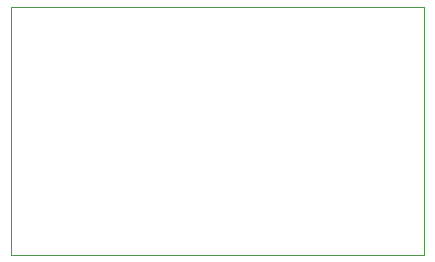
<source format=gbr>
G04 #@! TF.GenerationSoftware,KiCad,Pcbnew,(5.1.0)-1*
G04 #@! TF.CreationDate,2019-06-01T21:51:24-04:00*
G04 #@! TF.ProjectId,input,696e7075-742e-46b6-9963-61645f706362,rev?*
G04 #@! TF.SameCoordinates,Original*
G04 #@! TF.FileFunction,Profile,NP*
%FSLAX46Y46*%
G04 Gerber Fmt 4.6, Leading zero omitted, Abs format (unit mm)*
G04 Created by KiCad (PCBNEW (5.1.0)-1) date 2019-06-01 21:51:24*
%MOMM*%
%LPD*%
G04 APERTURE LIST*
%ADD10C,0.120000*%
G04 APERTURE END LIST*
D10*
X129250000Y-118000000D02*
X129250000Y-97000000D01*
X164250000Y-118000000D02*
X129250000Y-118000000D01*
X164250000Y-97000000D02*
X164250000Y-118000000D01*
X129250000Y-97000000D02*
X164250000Y-97000000D01*
M02*

</source>
